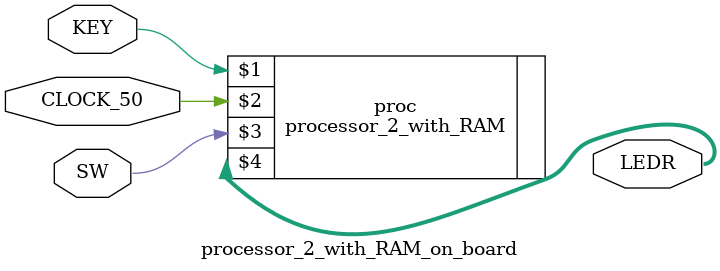
<source format=v>
module processor_2_with_RAM_on_board (input [9:9] SW,
												  input [0:0] KEY,
												  input CLOCK_50,
												  output [8:0] LEDR);
												  
	processor_2_with_RAM proc(KEY[0], CLOCK_50, SW[9], LEDR);
	
endmodule

</source>
